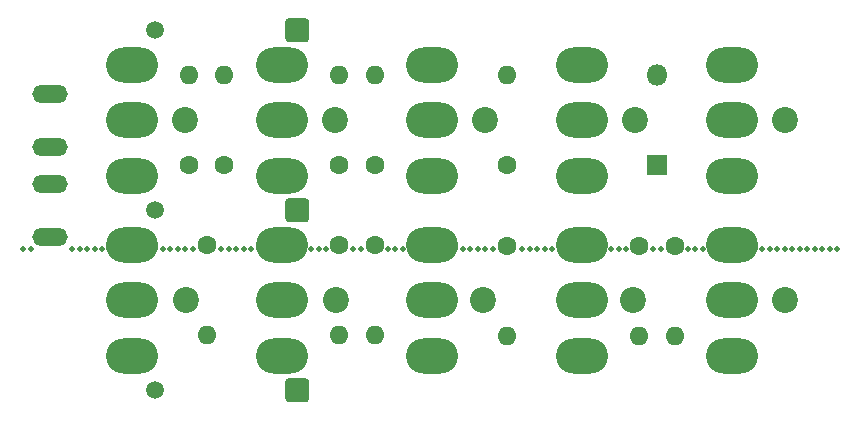
<source format=gbr>
%TF.GenerationSoftware,KiCad,Pcbnew,(5.1.7-0-10_14)*%
%TF.CreationDate,2021-01-17T02:16:49+01:00*%
%TF.ProjectId,CP-PP-miniEVsimulator,43502d50-502d-46d6-996e-69455673696d,rev?*%
%TF.SameCoordinates,Original*%
%TF.FileFunction,Soldermask,Bot*%
%TF.FilePolarity,Negative*%
%FSLAX46Y46*%
G04 Gerber Fmt 4.6, Leading zero omitted, Abs format (unit mm)*
G04 Created by KiCad (PCBNEW (5.1.7-0-10_14)) date 2021-01-17 02:16:49*
%MOMM*%
%LPD*%
G01*
G04 APERTURE LIST*
%ADD10C,2.200000*%
%ADD11C,0.500000*%
%ADD12O,3.000000X1.500000*%
%ADD13O,4.400000X3.000000*%
%ADD14O,1.600000X1.600000*%
%ADD15C,1.600000*%
%ADD16C,1.500000*%
%ADD17R,1.800000X1.800000*%
%ADD18O,1.800000X1.800000*%
G04 APERTURE END LIST*
D10*
%TO.C,REF\u002A\u002A*%
X156845000Y-132080000D03*
%TD*%
D11*
%TO.C,mouse-bite-in-2mm-slot*%
X154305000Y-142938500D03*
%TD*%
%TO.C,mouse-bite-in-2mm-slot*%
X150558500Y-142938500D03*
%TD*%
%TO.C,mouse-bite-in-2mm-slot*%
X141541500Y-142938500D03*
%TD*%
%TO.C,mouse-bite-in-2mm-slot*%
X137795000Y-142938500D03*
%TD*%
%TO.C,mouse-bite-in-2mm-slot*%
X128968500Y-142938500D03*
%TD*%
%TO.C,mouse-bite-in-2mm-slot*%
X125158500Y-142938500D03*
%TD*%
%TO.C,mouse-bite-in-2mm-slot*%
X116141500Y-142938500D03*
%TD*%
%TO.C,mouse-bite-in-2mm-slot*%
X112331500Y-142938500D03*
%TD*%
%TO.C,mouse-bite-in-2mm-slot*%
X99631500Y-142938500D03*
%TD*%
%TO.C,mouse-bite-in-2mm-slot*%
X103568500Y-142938500D03*
%TD*%
%TO.C,mouse-bite-in-2mm-slot*%
X96520000Y-142938500D03*
%TD*%
%TO.C,mouse-bite-in-2mm-slot*%
X93027500Y-142938500D03*
%TD*%
%TO.C,mouse-bite-in-2mm-slot*%
X92392500Y-142938500D03*
%TD*%
%TO.C,mouse-bite-in-2mm-slot*%
X97155000Y-142938500D03*
%TD*%
%TO.C,mouse-bite-in-2mm-slot*%
X99060000Y-142938500D03*
%TD*%
%TO.C,mouse-bite-in-2mm-slot*%
X98425000Y-142938500D03*
%TD*%
%TO.C,mouse-bite-in-2mm-slot*%
X97790000Y-142938500D03*
%TD*%
%TO.C,mouse-bite-in-2mm-slot*%
X104838500Y-142938500D03*
%TD*%
%TO.C,mouse-bite-in-2mm-slot*%
X104203500Y-142938500D03*
%TD*%
%TO.C,mouse-bite-in-2mm-slot*%
X109791500Y-142938500D03*
%TD*%
%TO.C,mouse-bite-in-2mm-slot*%
X109156500Y-142938500D03*
%TD*%
%TO.C,mouse-bite-in-2mm-slot*%
X111696500Y-142938500D03*
%TD*%
%TO.C,mouse-bite-in-2mm-slot*%
X111061500Y-142938500D03*
%TD*%
%TO.C,mouse-bite-in-2mm-slot*%
X110426500Y-142938500D03*
%TD*%
%TO.C,mouse-bite-in-2mm-slot*%
X106743500Y-142938500D03*
%TD*%
%TO.C,mouse-bite-in-2mm-slot*%
X106108500Y-142938500D03*
%TD*%
%TO.C,mouse-bite-in-2mm-slot*%
X105473500Y-142938500D03*
%TD*%
%TO.C,mouse-bite-in-2mm-slot*%
X116776500Y-142938500D03*
%TD*%
%TO.C,mouse-bite-in-2mm-slot*%
X118046500Y-142938500D03*
%TD*%
%TO.C,mouse-bite-in-2mm-slot*%
X117411500Y-142938500D03*
%TD*%
%TO.C,mouse-bite-in-2mm-slot*%
X123253500Y-142938500D03*
%TD*%
%TO.C,mouse-bite-in-2mm-slot*%
X124523500Y-142938500D03*
%TD*%
%TO.C,mouse-bite-in-2mm-slot*%
X123888500Y-142938500D03*
%TD*%
%TO.C,mouse-bite-in-2mm-slot*%
X120967500Y-142938500D03*
%TD*%
%TO.C,mouse-bite-in-2mm-slot*%
X120332500Y-142938500D03*
%TD*%
%TO.C,mouse-bite-in-2mm-slot*%
X160020000Y-142938500D03*
%TD*%
%TO.C,mouse-bite-in-2mm-slot*%
X161290000Y-142938500D03*
%TD*%
%TO.C,mouse-bite-in-2mm-slot*%
X160655000Y-142938500D03*
%TD*%
%TO.C,mouse-bite-in-2mm-slot*%
X157480000Y-142938500D03*
%TD*%
%TO.C,mouse-bite-in-2mm-slot*%
X159385000Y-142938500D03*
%TD*%
%TO.C,mouse-bite-in-2mm-slot*%
X158750000Y-142938500D03*
%TD*%
%TO.C,mouse-bite-in-2mm-slot*%
X158115000Y-142938500D03*
%TD*%
%TO.C,mouse-bite-in-2mm-slot*%
X154940000Y-142938500D03*
%TD*%
%TO.C,mouse-bite-in-2mm-slot*%
X156845000Y-142938500D03*
%TD*%
%TO.C,mouse-bite-in-2mm-slot*%
X156210000Y-142938500D03*
%TD*%
%TO.C,mouse-bite-in-2mm-slot*%
X155575000Y-142938500D03*
%TD*%
%TO.C,mouse-bite-in-2mm-slot*%
X146367500Y-142938500D03*
%TD*%
%TO.C,mouse-bite-in-2mm-slot*%
X145732500Y-142938500D03*
%TD*%
%TO.C,mouse-bite-in-2mm-slot*%
X149923500Y-142938500D03*
%TD*%
%TO.C,mouse-bite-in-2mm-slot*%
X149288500Y-142938500D03*
%TD*%
%TO.C,mouse-bite-in-2mm-slot*%
X148653500Y-142938500D03*
%TD*%
%TO.C,mouse-bite-in-2mm-slot*%
X143446500Y-142938500D03*
%TD*%
%TO.C,mouse-bite-in-2mm-slot*%
X142811500Y-142938500D03*
%TD*%
%TO.C,mouse-bite-in-2mm-slot*%
X142176500Y-142938500D03*
%TD*%
%TO.C,mouse-bite-in-2mm-slot*%
X135255000Y-142938500D03*
%TD*%
%TO.C,mouse-bite-in-2mm-slot*%
X134620000Y-142938500D03*
%TD*%
%TO.C,mouse-bite-in-2mm-slot*%
X137160000Y-142938500D03*
%TD*%
%TO.C,mouse-bite-in-2mm-slot*%
X136525000Y-142938500D03*
%TD*%
%TO.C,mouse-bite-in-2mm-slot*%
X135890000Y-142938500D03*
%TD*%
%TO.C,mouse-bite-in-2mm-slot*%
X132143500Y-142938500D03*
%TD*%
%TO.C,mouse-bite-in-2mm-slot*%
X131508500Y-142938500D03*
%TD*%
%TO.C,mouse-bite-in-2mm-slot*%
X130873500Y-142938500D03*
%TD*%
%TO.C,mouse-bite-in-2mm-slot*%
X130238500Y-142938500D03*
%TD*%
%TO.C,mouse-bite-in-2mm-slot*%
X129603500Y-142938500D03*
%TD*%
D12*
%TO.C,REF\u002A\u002A*%
X94615000Y-134330000D03*
X94615000Y-129830000D03*
%TD*%
D10*
%TO.C,REF\u002A\u002A*%
X156845000Y-147320000D03*
%TD*%
%TO.C,REF\u002A\u002A*%
X106172000Y-147320000D03*
%TD*%
%TO.C,REF\u002A\u002A*%
X118872000Y-147320000D03*
%TD*%
%TO.C,REF\u002A\u002A*%
X131318000Y-147320000D03*
%TD*%
%TO.C,REF\u002A\u002A*%
X144018000Y-147320000D03*
%TD*%
D13*
%TO.C,S10*%
X152400000Y-142620000D03*
X152400000Y-147320000D03*
X152400000Y-152020000D03*
%TD*%
%TO.C,S9*%
X139700000Y-142620000D03*
X139700000Y-147320000D03*
X139700000Y-152020000D03*
%TD*%
%TO.C,S8*%
X127000000Y-142620000D03*
X127000000Y-147320000D03*
X127000000Y-152020000D03*
%TD*%
%TO.C,S7*%
X114300000Y-142620000D03*
X114300000Y-147320000D03*
X114300000Y-152020000D03*
%TD*%
%TO.C,S6*%
X101600000Y-142620000D03*
X101600000Y-147320000D03*
X101600000Y-152020000D03*
%TD*%
D14*
%TO.C,R10*%
X147574000Y-150368000D03*
D15*
X147574000Y-142748000D03*
%TD*%
D14*
%TO.C,R9*%
X144526000Y-150368000D03*
D15*
X144526000Y-142748000D03*
%TD*%
D14*
%TO.C,R8*%
X133350000Y-150368000D03*
D15*
X133350000Y-142748000D03*
%TD*%
D14*
%TO.C,Ra7*%
X119126000Y-150241000D03*
D15*
X119126000Y-142621000D03*
%TD*%
D14*
%TO.C,R7*%
X122174000Y-150241000D03*
D15*
X122174000Y-142621000D03*
%TD*%
D14*
%TO.C,R6*%
X107950000Y-150241000D03*
D15*
X107950000Y-142621000D03*
%TD*%
D16*
%TO.C,J3*%
X103570000Y-154940000D03*
G36*
G01*
X116320000Y-155940000D02*
X114820000Y-155940000D01*
G75*
G02*
X114570000Y-155690000I0J250000D01*
G01*
X114570000Y-154190000D01*
G75*
G02*
X114820000Y-153940000I250000J0D01*
G01*
X116320000Y-153940000D01*
G75*
G02*
X116570000Y-154190000I0J-250000D01*
G01*
X116570000Y-155690000D01*
G75*
G02*
X116320000Y-155940000I-250000J0D01*
G01*
G37*
%TD*%
%TO.C,J1*%
G36*
G01*
X116320000Y-125460000D02*
X114820000Y-125460000D01*
G75*
G02*
X114570000Y-125210000I0J250000D01*
G01*
X114570000Y-123710000D01*
G75*
G02*
X114820000Y-123460000I250000J0D01*
G01*
X116320000Y-123460000D01*
G75*
G02*
X116570000Y-123710000I0J-250000D01*
G01*
X116570000Y-125210000D01*
G75*
G02*
X116320000Y-125460000I-250000J0D01*
G01*
G37*
X103570000Y-124460000D03*
%TD*%
D17*
%TO.C,D5*%
X146050000Y-135890000D03*
D18*
X146050000Y-128270000D03*
%TD*%
D15*
%TO.C,R1*%
X133350000Y-135890000D03*
D14*
X133350000Y-128270000D03*
%TD*%
D15*
%TO.C,R2*%
X106426000Y-135890000D03*
D14*
X106426000Y-128270000D03*
%TD*%
D15*
%TO.C,Ra2*%
X109410500Y-135890000D03*
D14*
X109410500Y-128270000D03*
%TD*%
D15*
%TO.C,R3*%
X119126000Y-135890000D03*
D14*
X119126000Y-128270000D03*
%TD*%
D15*
%TO.C,R4*%
X122174000Y-135890000D03*
D14*
X122174000Y-128270000D03*
%TD*%
%TO.C,J2*%
G36*
G01*
X116320000Y-140700000D02*
X114820000Y-140700000D01*
G75*
G02*
X114570000Y-140450000I0J250000D01*
G01*
X114570000Y-138950000D01*
G75*
G02*
X114820000Y-138700000I250000J0D01*
G01*
X116320000Y-138700000D01*
G75*
G02*
X116570000Y-138950000I0J-250000D01*
G01*
X116570000Y-140450000D01*
G75*
G02*
X116320000Y-140700000I-250000J0D01*
G01*
G37*
D16*
X103570000Y-139700000D03*
%TD*%
D13*
%TO.C,S2*%
X114300000Y-136780000D03*
X114300000Y-132080000D03*
X114300000Y-127380000D03*
%TD*%
%TO.C,S3*%
X127000000Y-136780000D03*
X127000000Y-132080000D03*
X127000000Y-127380000D03*
%TD*%
%TO.C,S4*%
X139700000Y-136780000D03*
X139700000Y-132080000D03*
X139700000Y-127380000D03*
%TD*%
%TO.C,S5*%
X152400000Y-136780000D03*
X152400000Y-132080000D03*
X152400000Y-127380000D03*
%TD*%
%TO.C,S1*%
X101600000Y-136780000D03*
X101600000Y-132080000D03*
X101600000Y-127380000D03*
%TD*%
D12*
%TO.C,REF\u002A\u002A*%
X94615000Y-137450000D03*
X94615000Y-141950000D03*
%TD*%
D10*
%TO.C,REF\u002A\u002A*%
X144145000Y-132080000D03*
%TD*%
%TO.C,REF\u002A\u002A*%
X131445000Y-132080000D03*
%TD*%
%TO.C,REF\u002A\u002A*%
X118745000Y-132080000D03*
%TD*%
%TO.C,REF\u002A\u002A*%
X106045000Y-132080000D03*
%TD*%
M02*

</source>
